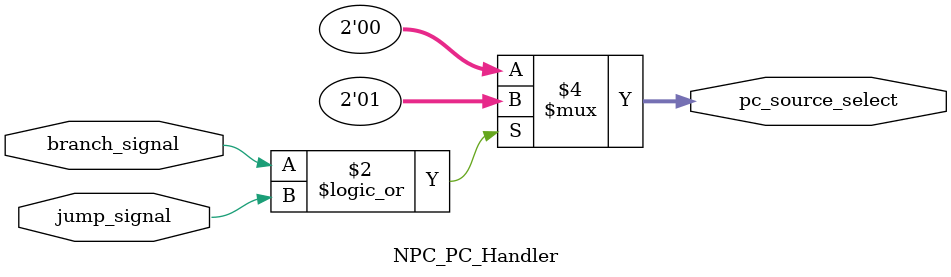
<source format=v>
module PC_Register (
    input clk,
    input reset,
    input [31:0] pc_in,
    input le,
    output reg [31:0] pc_out
);
    // PC register logic
    always @(posedge clk) begin
        if (reset) begin
            // Reset: Set all bits to 0
            pc_out <= 32'b0;
        end else if (le) begin
            pc_out <= pc_in;
        end
    end

endmodule

module NPC_PC_Handler(
    input branch_signal,
    input jump_signal,
    output reg [1:0] pc_source_select
);
    always @(*) begin
        // if (jump_signal == 1)                        pc_source_select = 2'b10; // Jump instruction
        if (branch_signal || jump_signal)                 pc_source_select = 2'b01; // Branch instruction
        else                             pc_source_select = 2'b00; // Normal execution
    end
endmodule
</source>
